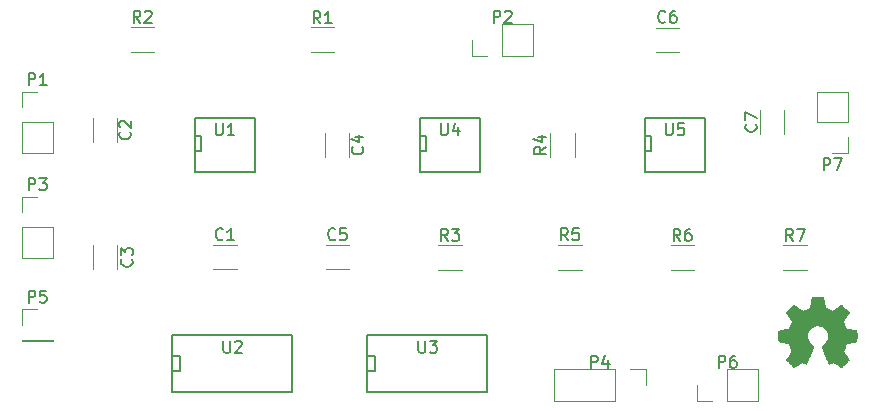
<source format=gto>
G04 #@! TF.FileFunction,Legend,Top*
%FSLAX46Y46*%
G04 Gerber Fmt 4.6, Leading zero omitted, Abs format (unit mm)*
G04 Created by KiCad (PCBNEW 4.0.5) date 2021 March 06, Saturday 14:32:17*
%MOMM*%
%LPD*%
G01*
G04 APERTURE LIST*
%ADD10C,0.100000*%
%ADD11C,0.120000*%
%ADD12C,0.150000*%
%ADD13C,0.010000*%
G04 APERTURE END LIST*
D10*
D11*
X89805000Y-96905000D02*
X91805000Y-96905000D01*
X91805000Y-94865000D02*
X89805000Y-94865000D01*
X81665000Y-86090000D02*
X81665000Y-84090000D01*
X79625000Y-84090000D02*
X79625000Y-86090000D01*
X79625000Y-94885000D02*
X79625000Y-96885000D01*
X81665000Y-96885000D02*
X81665000Y-94885000D01*
X101350000Y-87360000D02*
X101350000Y-85360000D01*
X99310000Y-85360000D02*
X99310000Y-87360000D01*
X99330000Y-96905000D02*
X101330000Y-96905000D01*
X101330000Y-94865000D02*
X99330000Y-94865000D01*
X127270000Y-78490000D02*
X129270000Y-78490000D01*
X129270000Y-76450000D02*
X127270000Y-76450000D01*
X136140000Y-83455000D02*
X136140000Y-85455000D01*
X138180000Y-85455000D02*
X138180000Y-83455000D01*
X73600000Y-84455000D02*
X73600000Y-87055000D01*
X73600000Y-87055000D02*
X76260000Y-87055000D01*
X76260000Y-87055000D02*
X76260000Y-84455000D01*
X76260000Y-84455000D02*
X73600000Y-84455000D01*
X73600000Y-83185000D02*
X73600000Y-81855000D01*
X73600000Y-81855000D02*
X74930000Y-81855000D01*
X114300000Y-78800000D02*
X116900000Y-78800000D01*
X116900000Y-78800000D02*
X116900000Y-76140000D01*
X116900000Y-76140000D02*
X114300000Y-76140000D01*
X114300000Y-76140000D02*
X114300000Y-78800000D01*
X113030000Y-78800000D02*
X111700000Y-78800000D01*
X111700000Y-78800000D02*
X111700000Y-77470000D01*
X73600000Y-93345000D02*
X73600000Y-95945000D01*
X73600000Y-95945000D02*
X76260000Y-95945000D01*
X76260000Y-95945000D02*
X76260000Y-93345000D01*
X76260000Y-93345000D02*
X73600000Y-93345000D01*
X73600000Y-92075000D02*
X73600000Y-90745000D01*
X73600000Y-90745000D02*
X74930000Y-90745000D01*
X133350000Y-108010000D02*
X135950000Y-108010000D01*
X135950000Y-108010000D02*
X135950000Y-105350000D01*
X135950000Y-105350000D02*
X133350000Y-105350000D01*
X133350000Y-105350000D02*
X133350000Y-108010000D01*
X132080000Y-108010000D02*
X130750000Y-108010000D01*
X130750000Y-108010000D02*
X130750000Y-106680000D01*
X143570000Y-84455000D02*
X143570000Y-81855000D01*
X143570000Y-81855000D02*
X140910000Y-81855000D01*
X140910000Y-81855000D02*
X140910000Y-84455000D01*
X140910000Y-84455000D02*
X143570000Y-84455000D01*
X143570000Y-85725000D02*
X143570000Y-87055000D01*
X143570000Y-87055000D02*
X142240000Y-87055000D01*
X100060000Y-78540000D02*
X98060000Y-78540000D01*
X98060000Y-76400000D02*
X100060000Y-76400000D01*
X82820000Y-76400000D02*
X84820000Y-76400000D01*
X84820000Y-78540000D02*
X82820000Y-78540000D01*
X120450000Y-85360000D02*
X120450000Y-87360000D01*
X118310000Y-87360000D02*
X118310000Y-85360000D01*
X119015000Y-94815000D02*
X121015000Y-94815000D01*
X121015000Y-96955000D02*
X119015000Y-96955000D01*
X130540000Y-96955000D02*
X128540000Y-96955000D01*
X128540000Y-94815000D02*
X130540000Y-94815000D01*
X140065000Y-96955000D02*
X138065000Y-96955000D01*
X138065000Y-94815000D02*
X140065000Y-94815000D01*
D12*
X88265000Y-84074000D02*
X93345000Y-84074000D01*
X93345000Y-84074000D02*
X93345000Y-88646000D01*
X93345000Y-88646000D02*
X88265000Y-88646000D01*
X88265000Y-88646000D02*
X88265000Y-84074000D01*
X88265000Y-85598000D02*
X88773000Y-85598000D01*
X88773000Y-85598000D02*
X88773000Y-86868000D01*
X88773000Y-86868000D02*
X88265000Y-86868000D01*
X107315000Y-84074000D02*
X112395000Y-84074000D01*
X112395000Y-84074000D02*
X112395000Y-88646000D01*
X112395000Y-88646000D02*
X107315000Y-88646000D01*
X107315000Y-88646000D02*
X107315000Y-84074000D01*
X107315000Y-85598000D02*
X107823000Y-85598000D01*
X107823000Y-85598000D02*
X107823000Y-86868000D01*
X107823000Y-86868000D02*
X107315000Y-86868000D01*
X126365000Y-84074000D02*
X131445000Y-84074000D01*
X131445000Y-84074000D02*
X131445000Y-88646000D01*
X131445000Y-88646000D02*
X126365000Y-88646000D01*
X126365000Y-88646000D02*
X126365000Y-84074000D01*
X126365000Y-85598000D02*
X126873000Y-85598000D01*
X126873000Y-85598000D02*
X126873000Y-86868000D01*
X126873000Y-86868000D02*
X126365000Y-86868000D01*
D11*
X123825000Y-105350000D02*
X118685000Y-105350000D01*
X118685000Y-105350000D02*
X118685000Y-108010000D01*
X118685000Y-108010000D02*
X123825000Y-108010000D01*
X123825000Y-108010000D02*
X123825000Y-105350000D01*
X125095000Y-105350000D02*
X126425000Y-105350000D01*
X126425000Y-105350000D02*
X126425000Y-106680000D01*
X73600000Y-102870000D02*
X73600000Y-102930000D01*
X73600000Y-102930000D02*
X76260000Y-102930000D01*
X76260000Y-102930000D02*
X76260000Y-102870000D01*
X76260000Y-102870000D02*
X73600000Y-102870000D01*
X73600000Y-101600000D02*
X73600000Y-100270000D01*
X73600000Y-100270000D02*
X74930000Y-100270000D01*
D12*
X96520000Y-102489000D02*
X96520000Y-107315000D01*
X96520000Y-107315000D02*
X86360000Y-107315000D01*
X86360000Y-107315000D02*
X86360000Y-102489000D01*
X86360000Y-102489000D02*
X96520000Y-102489000D01*
X86360000Y-104267000D02*
X86995000Y-104267000D01*
X86995000Y-104267000D02*
X86995000Y-105537000D01*
X86995000Y-105537000D02*
X86360000Y-105537000D01*
X113030000Y-102489000D02*
X113030000Y-107315000D01*
X113030000Y-107315000D02*
X102870000Y-107315000D01*
X102870000Y-107315000D02*
X102870000Y-102489000D01*
X102870000Y-102489000D02*
X113030000Y-102489000D01*
X102870000Y-104267000D02*
X103505000Y-104267000D01*
X103505000Y-104267000D02*
X103505000Y-105537000D01*
X103505000Y-105537000D02*
X102870000Y-105537000D01*
D11*
X110855000Y-96955000D02*
X108855000Y-96955000D01*
X108855000Y-94815000D02*
X110855000Y-94815000D01*
D13*
G36*
X141525814Y-99703931D02*
X141609635Y-100148555D01*
X141918920Y-100276053D01*
X142228206Y-100403551D01*
X142599246Y-100151246D01*
X142703157Y-100080996D01*
X142797087Y-100018272D01*
X142876652Y-99965938D01*
X142937470Y-99926857D01*
X142975157Y-99903893D01*
X142985421Y-99898942D01*
X143003910Y-99911676D01*
X143043420Y-99946882D01*
X143099522Y-100000062D01*
X143167787Y-100066718D01*
X143243786Y-100142354D01*
X143323092Y-100222472D01*
X143401275Y-100302574D01*
X143473907Y-100378164D01*
X143536559Y-100444745D01*
X143584803Y-100497818D01*
X143614210Y-100532887D01*
X143621241Y-100544623D01*
X143611123Y-100566260D01*
X143582759Y-100613662D01*
X143539129Y-100682193D01*
X143483218Y-100767215D01*
X143418006Y-100864093D01*
X143380219Y-100919350D01*
X143311343Y-101020248D01*
X143250140Y-101111299D01*
X143199578Y-101187970D01*
X143162628Y-101245728D01*
X143142258Y-101280043D01*
X143139197Y-101287254D01*
X143146136Y-101307748D01*
X143165051Y-101355513D01*
X143193087Y-101423832D01*
X143227391Y-101505989D01*
X143265109Y-101595270D01*
X143303387Y-101684958D01*
X143339370Y-101768338D01*
X143370206Y-101838694D01*
X143393039Y-101889310D01*
X143405017Y-101913471D01*
X143405724Y-101914422D01*
X143424531Y-101919036D01*
X143474618Y-101929328D01*
X143550793Y-101944287D01*
X143647865Y-101962901D01*
X143760643Y-101984159D01*
X143826442Y-101996418D01*
X143946950Y-102019362D01*
X144055797Y-102041195D01*
X144147476Y-102060722D01*
X144216481Y-102076748D01*
X144257304Y-102088079D01*
X144265511Y-102091674D01*
X144273548Y-102116006D01*
X144280033Y-102170959D01*
X144284970Y-102250108D01*
X144288364Y-102347026D01*
X144290218Y-102455287D01*
X144290538Y-102568465D01*
X144289327Y-102680135D01*
X144286590Y-102783868D01*
X144282331Y-102873241D01*
X144276555Y-102941826D01*
X144269267Y-102983197D01*
X144264895Y-102991810D01*
X144238764Y-103002133D01*
X144183393Y-103016892D01*
X144106107Y-103034352D01*
X144014230Y-103052780D01*
X143982158Y-103058741D01*
X143827524Y-103087066D01*
X143705375Y-103109876D01*
X143611673Y-103128080D01*
X143542384Y-103142583D01*
X143493471Y-103154292D01*
X143460897Y-103164115D01*
X143440628Y-103172956D01*
X143428626Y-103181724D01*
X143426947Y-103183457D01*
X143410184Y-103211371D01*
X143384614Y-103265695D01*
X143352788Y-103339777D01*
X143317260Y-103426965D01*
X143280583Y-103520608D01*
X143245311Y-103614052D01*
X143213996Y-103700647D01*
X143189193Y-103773740D01*
X143173454Y-103826678D01*
X143169332Y-103852811D01*
X143169676Y-103853726D01*
X143183641Y-103875086D01*
X143215322Y-103922084D01*
X143261391Y-103989827D01*
X143318518Y-104073423D01*
X143383373Y-104167982D01*
X143401843Y-104194854D01*
X143467699Y-104292275D01*
X143525650Y-104381163D01*
X143572538Y-104456412D01*
X143605207Y-104512920D01*
X143620500Y-104545581D01*
X143621241Y-104549593D01*
X143608392Y-104570684D01*
X143572888Y-104612464D01*
X143519293Y-104670445D01*
X143452171Y-104740135D01*
X143376087Y-104817045D01*
X143295604Y-104896683D01*
X143215287Y-104974561D01*
X143139699Y-105046186D01*
X143073405Y-105107070D01*
X143020969Y-105152721D01*
X142986955Y-105178650D01*
X142977545Y-105182883D01*
X142955643Y-105172912D01*
X142910800Y-105146020D01*
X142850321Y-105106736D01*
X142803789Y-105075117D01*
X142719475Y-105017098D01*
X142619626Y-104948784D01*
X142519473Y-104880579D01*
X142465627Y-104844075D01*
X142283371Y-104720800D01*
X142130381Y-104803520D01*
X142060682Y-104839759D01*
X142001414Y-104867926D01*
X141961311Y-104883991D01*
X141951103Y-104886226D01*
X141938829Y-104869722D01*
X141914613Y-104823082D01*
X141880263Y-104750609D01*
X141837588Y-104656606D01*
X141788394Y-104545374D01*
X141734490Y-104421215D01*
X141677684Y-104288432D01*
X141619782Y-104151327D01*
X141562593Y-104014202D01*
X141507924Y-103881358D01*
X141457584Y-103757098D01*
X141413380Y-103645725D01*
X141377119Y-103551539D01*
X141350609Y-103478844D01*
X141335658Y-103431941D01*
X141333254Y-103415833D01*
X141352311Y-103395286D01*
X141394036Y-103361933D01*
X141449706Y-103322702D01*
X141454378Y-103319599D01*
X141598264Y-103204423D01*
X141714283Y-103070053D01*
X141801430Y-102920784D01*
X141858699Y-102760913D01*
X141885086Y-102594737D01*
X141879585Y-102426552D01*
X141841190Y-102260655D01*
X141768895Y-102101342D01*
X141747626Y-102066487D01*
X141636996Y-101925737D01*
X141506302Y-101812714D01*
X141360064Y-101728003D01*
X141202808Y-101672194D01*
X141039057Y-101645874D01*
X140873333Y-101649630D01*
X140710162Y-101684050D01*
X140554065Y-101749723D01*
X140409567Y-101847235D01*
X140364869Y-101886813D01*
X140251112Y-102010703D01*
X140168218Y-102141124D01*
X140111356Y-102287315D01*
X140079687Y-102432088D01*
X140071869Y-102594860D01*
X140097938Y-102758440D01*
X140155245Y-102917298D01*
X140241144Y-103065906D01*
X140352986Y-103198735D01*
X140488123Y-103310256D01*
X140505883Y-103322011D01*
X140562150Y-103360508D01*
X140604923Y-103393863D01*
X140625372Y-103415160D01*
X140625669Y-103415833D01*
X140621279Y-103438871D01*
X140603876Y-103491157D01*
X140575268Y-103568390D01*
X140537265Y-103666268D01*
X140491674Y-103780491D01*
X140440303Y-103906758D01*
X140384962Y-104040767D01*
X140327458Y-104178218D01*
X140269601Y-104314808D01*
X140213198Y-104446237D01*
X140160058Y-104568205D01*
X140111990Y-104676409D01*
X140070801Y-104766549D01*
X140038301Y-104834323D01*
X140016297Y-104875430D01*
X140007436Y-104886226D01*
X139980360Y-104877819D01*
X139929697Y-104855272D01*
X139864183Y-104822613D01*
X139828159Y-104803520D01*
X139675168Y-104720800D01*
X139492912Y-104844075D01*
X139399875Y-104907228D01*
X139298015Y-104976727D01*
X139202562Y-105042165D01*
X139154750Y-105075117D01*
X139087505Y-105120273D01*
X139030564Y-105156057D01*
X138991354Y-105177938D01*
X138978619Y-105182563D01*
X138960083Y-105170085D01*
X138919059Y-105135252D01*
X138859525Y-105081678D01*
X138785458Y-105012983D01*
X138700835Y-104932781D01*
X138647315Y-104881286D01*
X138553681Y-104789286D01*
X138472759Y-104706999D01*
X138407823Y-104637945D01*
X138362142Y-104585644D01*
X138338989Y-104553616D01*
X138336768Y-104547116D01*
X138347076Y-104522394D01*
X138375561Y-104472405D01*
X138419063Y-104402212D01*
X138474423Y-104316875D01*
X138538480Y-104221456D01*
X138556697Y-104194854D01*
X138623073Y-104098167D01*
X138682622Y-104011117D01*
X138732016Y-103938595D01*
X138767925Y-103885493D01*
X138787019Y-103856703D01*
X138788864Y-103853726D01*
X138786105Y-103830782D01*
X138771462Y-103780336D01*
X138747487Y-103709041D01*
X138716734Y-103623547D01*
X138681756Y-103530507D01*
X138645107Y-103436574D01*
X138609339Y-103348399D01*
X138577006Y-103272634D01*
X138550662Y-103215931D01*
X138532858Y-103184943D01*
X138531593Y-103183457D01*
X138520706Y-103174601D01*
X138502318Y-103165843D01*
X138472394Y-103156277D01*
X138426897Y-103144996D01*
X138361791Y-103131093D01*
X138273039Y-103113663D01*
X138156607Y-103091798D01*
X138008458Y-103064591D01*
X137976382Y-103058741D01*
X137881314Y-103040374D01*
X137798435Y-103022405D01*
X137735070Y-103006569D01*
X137698542Y-102994600D01*
X137693644Y-102991810D01*
X137685573Y-102967072D01*
X137679013Y-102911790D01*
X137673967Y-102832389D01*
X137670441Y-102735296D01*
X137668439Y-102626938D01*
X137667964Y-102513740D01*
X137669023Y-102402128D01*
X137671618Y-102298529D01*
X137675754Y-102209368D01*
X137681437Y-102141072D01*
X137688669Y-102100066D01*
X137693029Y-102091674D01*
X137717302Y-102083208D01*
X137772574Y-102069435D01*
X137853338Y-102051550D01*
X137954088Y-102030748D01*
X138069317Y-102008223D01*
X138132098Y-101996418D01*
X138251213Y-101974151D01*
X138357435Y-101953979D01*
X138445573Y-101936915D01*
X138510434Y-101923969D01*
X138546826Y-101916155D01*
X138552816Y-101914422D01*
X138562939Y-101894890D01*
X138584338Y-101847843D01*
X138614161Y-101780003D01*
X138649555Y-101698091D01*
X138687668Y-101608828D01*
X138725647Y-101518935D01*
X138760640Y-101435135D01*
X138789794Y-101364147D01*
X138810257Y-101312694D01*
X138819177Y-101287497D01*
X138819343Y-101286396D01*
X138809231Y-101266519D01*
X138780883Y-101220777D01*
X138737277Y-101153717D01*
X138681394Y-101069884D01*
X138616213Y-100973826D01*
X138578321Y-100918650D01*
X138509275Y-100817481D01*
X138447950Y-100725630D01*
X138397337Y-100647744D01*
X138360429Y-100588469D01*
X138340218Y-100552451D01*
X138337299Y-100544377D01*
X138349847Y-100525584D01*
X138384537Y-100485457D01*
X138436937Y-100428493D01*
X138502616Y-100359185D01*
X138577144Y-100282031D01*
X138656087Y-100201525D01*
X138735017Y-100122163D01*
X138809500Y-100048440D01*
X138875106Y-99984852D01*
X138927404Y-99935894D01*
X138961961Y-99906061D01*
X138973522Y-99898942D01*
X138992346Y-99908953D01*
X139037369Y-99937078D01*
X139104213Y-99980454D01*
X139188501Y-100036218D01*
X139285856Y-100101506D01*
X139359293Y-100151246D01*
X139730333Y-100403551D01*
X140348905Y-100148555D01*
X140432725Y-99703931D01*
X140516546Y-99259307D01*
X141441994Y-99259307D01*
X141525814Y-99703931D01*
X141525814Y-99703931D01*
G37*
X141525814Y-99703931D02*
X141609635Y-100148555D01*
X141918920Y-100276053D01*
X142228206Y-100403551D01*
X142599246Y-100151246D01*
X142703157Y-100080996D01*
X142797087Y-100018272D01*
X142876652Y-99965938D01*
X142937470Y-99926857D01*
X142975157Y-99903893D01*
X142985421Y-99898942D01*
X143003910Y-99911676D01*
X143043420Y-99946882D01*
X143099522Y-100000062D01*
X143167787Y-100066718D01*
X143243786Y-100142354D01*
X143323092Y-100222472D01*
X143401275Y-100302574D01*
X143473907Y-100378164D01*
X143536559Y-100444745D01*
X143584803Y-100497818D01*
X143614210Y-100532887D01*
X143621241Y-100544623D01*
X143611123Y-100566260D01*
X143582759Y-100613662D01*
X143539129Y-100682193D01*
X143483218Y-100767215D01*
X143418006Y-100864093D01*
X143380219Y-100919350D01*
X143311343Y-101020248D01*
X143250140Y-101111299D01*
X143199578Y-101187970D01*
X143162628Y-101245728D01*
X143142258Y-101280043D01*
X143139197Y-101287254D01*
X143146136Y-101307748D01*
X143165051Y-101355513D01*
X143193087Y-101423832D01*
X143227391Y-101505989D01*
X143265109Y-101595270D01*
X143303387Y-101684958D01*
X143339370Y-101768338D01*
X143370206Y-101838694D01*
X143393039Y-101889310D01*
X143405017Y-101913471D01*
X143405724Y-101914422D01*
X143424531Y-101919036D01*
X143474618Y-101929328D01*
X143550793Y-101944287D01*
X143647865Y-101962901D01*
X143760643Y-101984159D01*
X143826442Y-101996418D01*
X143946950Y-102019362D01*
X144055797Y-102041195D01*
X144147476Y-102060722D01*
X144216481Y-102076748D01*
X144257304Y-102088079D01*
X144265511Y-102091674D01*
X144273548Y-102116006D01*
X144280033Y-102170959D01*
X144284970Y-102250108D01*
X144288364Y-102347026D01*
X144290218Y-102455287D01*
X144290538Y-102568465D01*
X144289327Y-102680135D01*
X144286590Y-102783868D01*
X144282331Y-102873241D01*
X144276555Y-102941826D01*
X144269267Y-102983197D01*
X144264895Y-102991810D01*
X144238764Y-103002133D01*
X144183393Y-103016892D01*
X144106107Y-103034352D01*
X144014230Y-103052780D01*
X143982158Y-103058741D01*
X143827524Y-103087066D01*
X143705375Y-103109876D01*
X143611673Y-103128080D01*
X143542384Y-103142583D01*
X143493471Y-103154292D01*
X143460897Y-103164115D01*
X143440628Y-103172956D01*
X143428626Y-103181724D01*
X143426947Y-103183457D01*
X143410184Y-103211371D01*
X143384614Y-103265695D01*
X143352788Y-103339777D01*
X143317260Y-103426965D01*
X143280583Y-103520608D01*
X143245311Y-103614052D01*
X143213996Y-103700647D01*
X143189193Y-103773740D01*
X143173454Y-103826678D01*
X143169332Y-103852811D01*
X143169676Y-103853726D01*
X143183641Y-103875086D01*
X143215322Y-103922084D01*
X143261391Y-103989827D01*
X143318518Y-104073423D01*
X143383373Y-104167982D01*
X143401843Y-104194854D01*
X143467699Y-104292275D01*
X143525650Y-104381163D01*
X143572538Y-104456412D01*
X143605207Y-104512920D01*
X143620500Y-104545581D01*
X143621241Y-104549593D01*
X143608392Y-104570684D01*
X143572888Y-104612464D01*
X143519293Y-104670445D01*
X143452171Y-104740135D01*
X143376087Y-104817045D01*
X143295604Y-104896683D01*
X143215287Y-104974561D01*
X143139699Y-105046186D01*
X143073405Y-105107070D01*
X143020969Y-105152721D01*
X142986955Y-105178650D01*
X142977545Y-105182883D01*
X142955643Y-105172912D01*
X142910800Y-105146020D01*
X142850321Y-105106736D01*
X142803789Y-105075117D01*
X142719475Y-105017098D01*
X142619626Y-104948784D01*
X142519473Y-104880579D01*
X142465627Y-104844075D01*
X142283371Y-104720800D01*
X142130381Y-104803520D01*
X142060682Y-104839759D01*
X142001414Y-104867926D01*
X141961311Y-104883991D01*
X141951103Y-104886226D01*
X141938829Y-104869722D01*
X141914613Y-104823082D01*
X141880263Y-104750609D01*
X141837588Y-104656606D01*
X141788394Y-104545374D01*
X141734490Y-104421215D01*
X141677684Y-104288432D01*
X141619782Y-104151327D01*
X141562593Y-104014202D01*
X141507924Y-103881358D01*
X141457584Y-103757098D01*
X141413380Y-103645725D01*
X141377119Y-103551539D01*
X141350609Y-103478844D01*
X141335658Y-103431941D01*
X141333254Y-103415833D01*
X141352311Y-103395286D01*
X141394036Y-103361933D01*
X141449706Y-103322702D01*
X141454378Y-103319599D01*
X141598264Y-103204423D01*
X141714283Y-103070053D01*
X141801430Y-102920784D01*
X141858699Y-102760913D01*
X141885086Y-102594737D01*
X141879585Y-102426552D01*
X141841190Y-102260655D01*
X141768895Y-102101342D01*
X141747626Y-102066487D01*
X141636996Y-101925737D01*
X141506302Y-101812714D01*
X141360064Y-101728003D01*
X141202808Y-101672194D01*
X141039057Y-101645874D01*
X140873333Y-101649630D01*
X140710162Y-101684050D01*
X140554065Y-101749723D01*
X140409567Y-101847235D01*
X140364869Y-101886813D01*
X140251112Y-102010703D01*
X140168218Y-102141124D01*
X140111356Y-102287315D01*
X140079687Y-102432088D01*
X140071869Y-102594860D01*
X140097938Y-102758440D01*
X140155245Y-102917298D01*
X140241144Y-103065906D01*
X140352986Y-103198735D01*
X140488123Y-103310256D01*
X140505883Y-103322011D01*
X140562150Y-103360508D01*
X140604923Y-103393863D01*
X140625372Y-103415160D01*
X140625669Y-103415833D01*
X140621279Y-103438871D01*
X140603876Y-103491157D01*
X140575268Y-103568390D01*
X140537265Y-103666268D01*
X140491674Y-103780491D01*
X140440303Y-103906758D01*
X140384962Y-104040767D01*
X140327458Y-104178218D01*
X140269601Y-104314808D01*
X140213198Y-104446237D01*
X140160058Y-104568205D01*
X140111990Y-104676409D01*
X140070801Y-104766549D01*
X140038301Y-104834323D01*
X140016297Y-104875430D01*
X140007436Y-104886226D01*
X139980360Y-104877819D01*
X139929697Y-104855272D01*
X139864183Y-104822613D01*
X139828159Y-104803520D01*
X139675168Y-104720800D01*
X139492912Y-104844075D01*
X139399875Y-104907228D01*
X139298015Y-104976727D01*
X139202562Y-105042165D01*
X139154750Y-105075117D01*
X139087505Y-105120273D01*
X139030564Y-105156057D01*
X138991354Y-105177938D01*
X138978619Y-105182563D01*
X138960083Y-105170085D01*
X138919059Y-105135252D01*
X138859525Y-105081678D01*
X138785458Y-105012983D01*
X138700835Y-104932781D01*
X138647315Y-104881286D01*
X138553681Y-104789286D01*
X138472759Y-104706999D01*
X138407823Y-104637945D01*
X138362142Y-104585644D01*
X138338989Y-104553616D01*
X138336768Y-104547116D01*
X138347076Y-104522394D01*
X138375561Y-104472405D01*
X138419063Y-104402212D01*
X138474423Y-104316875D01*
X138538480Y-104221456D01*
X138556697Y-104194854D01*
X138623073Y-104098167D01*
X138682622Y-104011117D01*
X138732016Y-103938595D01*
X138767925Y-103885493D01*
X138787019Y-103856703D01*
X138788864Y-103853726D01*
X138786105Y-103830782D01*
X138771462Y-103780336D01*
X138747487Y-103709041D01*
X138716734Y-103623547D01*
X138681756Y-103530507D01*
X138645107Y-103436574D01*
X138609339Y-103348399D01*
X138577006Y-103272634D01*
X138550662Y-103215931D01*
X138532858Y-103184943D01*
X138531593Y-103183457D01*
X138520706Y-103174601D01*
X138502318Y-103165843D01*
X138472394Y-103156277D01*
X138426897Y-103144996D01*
X138361791Y-103131093D01*
X138273039Y-103113663D01*
X138156607Y-103091798D01*
X138008458Y-103064591D01*
X137976382Y-103058741D01*
X137881314Y-103040374D01*
X137798435Y-103022405D01*
X137735070Y-103006569D01*
X137698542Y-102994600D01*
X137693644Y-102991810D01*
X137685573Y-102967072D01*
X137679013Y-102911790D01*
X137673967Y-102832389D01*
X137670441Y-102735296D01*
X137668439Y-102626938D01*
X137667964Y-102513740D01*
X137669023Y-102402128D01*
X137671618Y-102298529D01*
X137675754Y-102209368D01*
X137681437Y-102141072D01*
X137688669Y-102100066D01*
X137693029Y-102091674D01*
X137717302Y-102083208D01*
X137772574Y-102069435D01*
X137853338Y-102051550D01*
X137954088Y-102030748D01*
X138069317Y-102008223D01*
X138132098Y-101996418D01*
X138251213Y-101974151D01*
X138357435Y-101953979D01*
X138445573Y-101936915D01*
X138510434Y-101923969D01*
X138546826Y-101916155D01*
X138552816Y-101914422D01*
X138562939Y-101894890D01*
X138584338Y-101847843D01*
X138614161Y-101780003D01*
X138649555Y-101698091D01*
X138687668Y-101608828D01*
X138725647Y-101518935D01*
X138760640Y-101435135D01*
X138789794Y-101364147D01*
X138810257Y-101312694D01*
X138819177Y-101287497D01*
X138819343Y-101286396D01*
X138809231Y-101266519D01*
X138780883Y-101220777D01*
X138737277Y-101153717D01*
X138681394Y-101069884D01*
X138616213Y-100973826D01*
X138578321Y-100918650D01*
X138509275Y-100817481D01*
X138447950Y-100725630D01*
X138397337Y-100647744D01*
X138360429Y-100588469D01*
X138340218Y-100552451D01*
X138337299Y-100544377D01*
X138349847Y-100525584D01*
X138384537Y-100485457D01*
X138436937Y-100428493D01*
X138502616Y-100359185D01*
X138577144Y-100282031D01*
X138656087Y-100201525D01*
X138735017Y-100122163D01*
X138809500Y-100048440D01*
X138875106Y-99984852D01*
X138927404Y-99935894D01*
X138961961Y-99906061D01*
X138973522Y-99898942D01*
X138992346Y-99908953D01*
X139037369Y-99937078D01*
X139104213Y-99980454D01*
X139188501Y-100036218D01*
X139285856Y-100101506D01*
X139359293Y-100151246D01*
X139730333Y-100403551D01*
X140348905Y-100148555D01*
X140432725Y-99703931D01*
X140516546Y-99259307D01*
X141441994Y-99259307D01*
X141525814Y-99703931D01*
D12*
X90638334Y-94337143D02*
X90590715Y-94384762D01*
X90447858Y-94432381D01*
X90352620Y-94432381D01*
X90209762Y-94384762D01*
X90114524Y-94289524D01*
X90066905Y-94194286D01*
X90019286Y-94003810D01*
X90019286Y-93860952D01*
X90066905Y-93670476D01*
X90114524Y-93575238D01*
X90209762Y-93480000D01*
X90352620Y-93432381D01*
X90447858Y-93432381D01*
X90590715Y-93480000D01*
X90638334Y-93527619D01*
X91590715Y-94432381D02*
X91019286Y-94432381D01*
X91305000Y-94432381D02*
X91305000Y-93432381D01*
X91209762Y-93575238D01*
X91114524Y-93670476D01*
X91019286Y-93718095D01*
X82752143Y-85256666D02*
X82799762Y-85304285D01*
X82847381Y-85447142D01*
X82847381Y-85542380D01*
X82799762Y-85685238D01*
X82704524Y-85780476D01*
X82609286Y-85828095D01*
X82418810Y-85875714D01*
X82275952Y-85875714D01*
X82085476Y-85828095D01*
X81990238Y-85780476D01*
X81895000Y-85685238D01*
X81847381Y-85542380D01*
X81847381Y-85447142D01*
X81895000Y-85304285D01*
X81942619Y-85256666D01*
X81942619Y-84875714D02*
X81895000Y-84828095D01*
X81847381Y-84732857D01*
X81847381Y-84494761D01*
X81895000Y-84399523D01*
X81942619Y-84351904D01*
X82037857Y-84304285D01*
X82133095Y-84304285D01*
X82275952Y-84351904D01*
X82847381Y-84923333D01*
X82847381Y-84304285D01*
X82907143Y-96051666D02*
X82954762Y-96099285D01*
X83002381Y-96242142D01*
X83002381Y-96337380D01*
X82954762Y-96480238D01*
X82859524Y-96575476D01*
X82764286Y-96623095D01*
X82573810Y-96670714D01*
X82430952Y-96670714D01*
X82240476Y-96623095D01*
X82145238Y-96575476D01*
X82050000Y-96480238D01*
X82002381Y-96337380D01*
X82002381Y-96242142D01*
X82050000Y-96099285D01*
X82097619Y-96051666D01*
X82002381Y-95718333D02*
X82002381Y-95099285D01*
X82383333Y-95432619D01*
X82383333Y-95289761D01*
X82430952Y-95194523D01*
X82478571Y-95146904D01*
X82573810Y-95099285D01*
X82811905Y-95099285D01*
X82907143Y-95146904D01*
X82954762Y-95194523D01*
X83002381Y-95289761D01*
X83002381Y-95575476D01*
X82954762Y-95670714D01*
X82907143Y-95718333D01*
X102437143Y-86526666D02*
X102484762Y-86574285D01*
X102532381Y-86717142D01*
X102532381Y-86812380D01*
X102484762Y-86955238D01*
X102389524Y-87050476D01*
X102294286Y-87098095D01*
X102103810Y-87145714D01*
X101960952Y-87145714D01*
X101770476Y-87098095D01*
X101675238Y-87050476D01*
X101580000Y-86955238D01*
X101532381Y-86812380D01*
X101532381Y-86717142D01*
X101580000Y-86574285D01*
X101627619Y-86526666D01*
X101865714Y-85669523D02*
X102532381Y-85669523D01*
X101484762Y-85907619D02*
X102199048Y-86145714D01*
X102199048Y-85526666D01*
X100163334Y-94337143D02*
X100115715Y-94384762D01*
X99972858Y-94432381D01*
X99877620Y-94432381D01*
X99734762Y-94384762D01*
X99639524Y-94289524D01*
X99591905Y-94194286D01*
X99544286Y-94003810D01*
X99544286Y-93860952D01*
X99591905Y-93670476D01*
X99639524Y-93575238D01*
X99734762Y-93480000D01*
X99877620Y-93432381D01*
X99972858Y-93432381D01*
X100115715Y-93480000D01*
X100163334Y-93527619D01*
X101068096Y-93432381D02*
X100591905Y-93432381D01*
X100544286Y-93908571D01*
X100591905Y-93860952D01*
X100687143Y-93813333D01*
X100925239Y-93813333D01*
X101020477Y-93860952D01*
X101068096Y-93908571D01*
X101115715Y-94003810D01*
X101115715Y-94241905D01*
X101068096Y-94337143D01*
X101020477Y-94384762D01*
X100925239Y-94432381D01*
X100687143Y-94432381D01*
X100591905Y-94384762D01*
X100544286Y-94337143D01*
X128103334Y-75922143D02*
X128055715Y-75969762D01*
X127912858Y-76017381D01*
X127817620Y-76017381D01*
X127674762Y-75969762D01*
X127579524Y-75874524D01*
X127531905Y-75779286D01*
X127484286Y-75588810D01*
X127484286Y-75445952D01*
X127531905Y-75255476D01*
X127579524Y-75160238D01*
X127674762Y-75065000D01*
X127817620Y-75017381D01*
X127912858Y-75017381D01*
X128055715Y-75065000D01*
X128103334Y-75112619D01*
X128960477Y-75017381D02*
X128770000Y-75017381D01*
X128674762Y-75065000D01*
X128627143Y-75112619D01*
X128531905Y-75255476D01*
X128484286Y-75445952D01*
X128484286Y-75826905D01*
X128531905Y-75922143D01*
X128579524Y-75969762D01*
X128674762Y-76017381D01*
X128865239Y-76017381D01*
X128960477Y-75969762D01*
X129008096Y-75922143D01*
X129055715Y-75826905D01*
X129055715Y-75588810D01*
X129008096Y-75493571D01*
X128960477Y-75445952D01*
X128865239Y-75398333D01*
X128674762Y-75398333D01*
X128579524Y-75445952D01*
X128531905Y-75493571D01*
X128484286Y-75588810D01*
X135767143Y-84621666D02*
X135814762Y-84669285D01*
X135862381Y-84812142D01*
X135862381Y-84907380D01*
X135814762Y-85050238D01*
X135719524Y-85145476D01*
X135624286Y-85193095D01*
X135433810Y-85240714D01*
X135290952Y-85240714D01*
X135100476Y-85193095D01*
X135005238Y-85145476D01*
X134910000Y-85050238D01*
X134862381Y-84907380D01*
X134862381Y-84812142D01*
X134910000Y-84669285D01*
X134957619Y-84621666D01*
X134862381Y-84288333D02*
X134862381Y-83621666D01*
X135862381Y-84050238D01*
X74191905Y-81307381D02*
X74191905Y-80307381D01*
X74572858Y-80307381D01*
X74668096Y-80355000D01*
X74715715Y-80402619D01*
X74763334Y-80497857D01*
X74763334Y-80640714D01*
X74715715Y-80735952D01*
X74668096Y-80783571D01*
X74572858Y-80831190D01*
X74191905Y-80831190D01*
X75715715Y-81307381D02*
X75144286Y-81307381D01*
X75430000Y-81307381D02*
X75430000Y-80307381D01*
X75334762Y-80450238D01*
X75239524Y-80545476D01*
X75144286Y-80593095D01*
X113561905Y-76017381D02*
X113561905Y-75017381D01*
X113942858Y-75017381D01*
X114038096Y-75065000D01*
X114085715Y-75112619D01*
X114133334Y-75207857D01*
X114133334Y-75350714D01*
X114085715Y-75445952D01*
X114038096Y-75493571D01*
X113942858Y-75541190D01*
X113561905Y-75541190D01*
X114514286Y-75112619D02*
X114561905Y-75065000D01*
X114657143Y-75017381D01*
X114895239Y-75017381D01*
X114990477Y-75065000D01*
X115038096Y-75112619D01*
X115085715Y-75207857D01*
X115085715Y-75303095D01*
X115038096Y-75445952D01*
X114466667Y-76017381D01*
X115085715Y-76017381D01*
X74191905Y-90197381D02*
X74191905Y-89197381D01*
X74572858Y-89197381D01*
X74668096Y-89245000D01*
X74715715Y-89292619D01*
X74763334Y-89387857D01*
X74763334Y-89530714D01*
X74715715Y-89625952D01*
X74668096Y-89673571D01*
X74572858Y-89721190D01*
X74191905Y-89721190D01*
X75096667Y-89197381D02*
X75715715Y-89197381D01*
X75382381Y-89578333D01*
X75525239Y-89578333D01*
X75620477Y-89625952D01*
X75668096Y-89673571D01*
X75715715Y-89768810D01*
X75715715Y-90006905D01*
X75668096Y-90102143D01*
X75620477Y-90149762D01*
X75525239Y-90197381D01*
X75239524Y-90197381D01*
X75144286Y-90149762D01*
X75096667Y-90102143D01*
X132611905Y-105227381D02*
X132611905Y-104227381D01*
X132992858Y-104227381D01*
X133088096Y-104275000D01*
X133135715Y-104322619D01*
X133183334Y-104417857D01*
X133183334Y-104560714D01*
X133135715Y-104655952D01*
X133088096Y-104703571D01*
X132992858Y-104751190D01*
X132611905Y-104751190D01*
X134040477Y-104227381D02*
X133850000Y-104227381D01*
X133754762Y-104275000D01*
X133707143Y-104322619D01*
X133611905Y-104465476D01*
X133564286Y-104655952D01*
X133564286Y-105036905D01*
X133611905Y-105132143D01*
X133659524Y-105179762D01*
X133754762Y-105227381D01*
X133945239Y-105227381D01*
X134040477Y-105179762D01*
X134088096Y-105132143D01*
X134135715Y-105036905D01*
X134135715Y-104798810D01*
X134088096Y-104703571D01*
X134040477Y-104655952D01*
X133945239Y-104608333D01*
X133754762Y-104608333D01*
X133659524Y-104655952D01*
X133611905Y-104703571D01*
X133564286Y-104798810D01*
X141501905Y-88507381D02*
X141501905Y-87507381D01*
X141882858Y-87507381D01*
X141978096Y-87555000D01*
X142025715Y-87602619D01*
X142073334Y-87697857D01*
X142073334Y-87840714D01*
X142025715Y-87935952D01*
X141978096Y-87983571D01*
X141882858Y-88031190D01*
X141501905Y-88031190D01*
X142406667Y-87507381D02*
X143073334Y-87507381D01*
X142644762Y-88507381D01*
X98893334Y-76072381D02*
X98560000Y-75596190D01*
X98321905Y-76072381D02*
X98321905Y-75072381D01*
X98702858Y-75072381D01*
X98798096Y-75120000D01*
X98845715Y-75167619D01*
X98893334Y-75262857D01*
X98893334Y-75405714D01*
X98845715Y-75500952D01*
X98798096Y-75548571D01*
X98702858Y-75596190D01*
X98321905Y-75596190D01*
X99845715Y-76072381D02*
X99274286Y-76072381D01*
X99560000Y-76072381D02*
X99560000Y-75072381D01*
X99464762Y-75215238D01*
X99369524Y-75310476D01*
X99274286Y-75358095D01*
X83653334Y-76017381D02*
X83320000Y-75541190D01*
X83081905Y-76017381D02*
X83081905Y-75017381D01*
X83462858Y-75017381D01*
X83558096Y-75065000D01*
X83605715Y-75112619D01*
X83653334Y-75207857D01*
X83653334Y-75350714D01*
X83605715Y-75445952D01*
X83558096Y-75493571D01*
X83462858Y-75541190D01*
X83081905Y-75541190D01*
X84034286Y-75112619D02*
X84081905Y-75065000D01*
X84177143Y-75017381D01*
X84415239Y-75017381D01*
X84510477Y-75065000D01*
X84558096Y-75112619D01*
X84605715Y-75207857D01*
X84605715Y-75303095D01*
X84558096Y-75445952D01*
X83986667Y-76017381D01*
X84605715Y-76017381D01*
X117982381Y-86526666D02*
X117506190Y-86860000D01*
X117982381Y-87098095D02*
X116982381Y-87098095D01*
X116982381Y-86717142D01*
X117030000Y-86621904D01*
X117077619Y-86574285D01*
X117172857Y-86526666D01*
X117315714Y-86526666D01*
X117410952Y-86574285D01*
X117458571Y-86621904D01*
X117506190Y-86717142D01*
X117506190Y-87098095D01*
X117315714Y-85669523D02*
X117982381Y-85669523D01*
X116934762Y-85907619D02*
X117649048Y-86145714D01*
X117649048Y-85526666D01*
X119848334Y-94432381D02*
X119515000Y-93956190D01*
X119276905Y-94432381D02*
X119276905Y-93432381D01*
X119657858Y-93432381D01*
X119753096Y-93480000D01*
X119800715Y-93527619D01*
X119848334Y-93622857D01*
X119848334Y-93765714D01*
X119800715Y-93860952D01*
X119753096Y-93908571D01*
X119657858Y-93956190D01*
X119276905Y-93956190D01*
X120753096Y-93432381D02*
X120276905Y-93432381D01*
X120229286Y-93908571D01*
X120276905Y-93860952D01*
X120372143Y-93813333D01*
X120610239Y-93813333D01*
X120705477Y-93860952D01*
X120753096Y-93908571D01*
X120800715Y-94003810D01*
X120800715Y-94241905D01*
X120753096Y-94337143D01*
X120705477Y-94384762D01*
X120610239Y-94432381D01*
X120372143Y-94432381D01*
X120276905Y-94384762D01*
X120229286Y-94337143D01*
X129373334Y-94487381D02*
X129040000Y-94011190D01*
X128801905Y-94487381D02*
X128801905Y-93487381D01*
X129182858Y-93487381D01*
X129278096Y-93535000D01*
X129325715Y-93582619D01*
X129373334Y-93677857D01*
X129373334Y-93820714D01*
X129325715Y-93915952D01*
X129278096Y-93963571D01*
X129182858Y-94011190D01*
X128801905Y-94011190D01*
X130230477Y-93487381D02*
X130040000Y-93487381D01*
X129944762Y-93535000D01*
X129897143Y-93582619D01*
X129801905Y-93725476D01*
X129754286Y-93915952D01*
X129754286Y-94296905D01*
X129801905Y-94392143D01*
X129849524Y-94439762D01*
X129944762Y-94487381D01*
X130135239Y-94487381D01*
X130230477Y-94439762D01*
X130278096Y-94392143D01*
X130325715Y-94296905D01*
X130325715Y-94058810D01*
X130278096Y-93963571D01*
X130230477Y-93915952D01*
X130135239Y-93868333D01*
X129944762Y-93868333D01*
X129849524Y-93915952D01*
X129801905Y-93963571D01*
X129754286Y-94058810D01*
X138898334Y-94487381D02*
X138565000Y-94011190D01*
X138326905Y-94487381D02*
X138326905Y-93487381D01*
X138707858Y-93487381D01*
X138803096Y-93535000D01*
X138850715Y-93582619D01*
X138898334Y-93677857D01*
X138898334Y-93820714D01*
X138850715Y-93915952D01*
X138803096Y-93963571D01*
X138707858Y-94011190D01*
X138326905Y-94011190D01*
X139231667Y-93487381D02*
X139898334Y-93487381D01*
X139469762Y-94487381D01*
X90043095Y-84542381D02*
X90043095Y-85351905D01*
X90090714Y-85447143D01*
X90138333Y-85494762D01*
X90233571Y-85542381D01*
X90424048Y-85542381D01*
X90519286Y-85494762D01*
X90566905Y-85447143D01*
X90614524Y-85351905D01*
X90614524Y-84542381D01*
X91614524Y-85542381D02*
X91043095Y-85542381D01*
X91328809Y-85542381D02*
X91328809Y-84542381D01*
X91233571Y-84685238D01*
X91138333Y-84780476D01*
X91043095Y-84828095D01*
X109093095Y-84542381D02*
X109093095Y-85351905D01*
X109140714Y-85447143D01*
X109188333Y-85494762D01*
X109283571Y-85542381D01*
X109474048Y-85542381D01*
X109569286Y-85494762D01*
X109616905Y-85447143D01*
X109664524Y-85351905D01*
X109664524Y-84542381D01*
X110569286Y-84875714D02*
X110569286Y-85542381D01*
X110331190Y-84494762D02*
X110093095Y-85209048D01*
X110712143Y-85209048D01*
X128143095Y-84542381D02*
X128143095Y-85351905D01*
X128190714Y-85447143D01*
X128238333Y-85494762D01*
X128333571Y-85542381D01*
X128524048Y-85542381D01*
X128619286Y-85494762D01*
X128666905Y-85447143D01*
X128714524Y-85351905D01*
X128714524Y-84542381D01*
X129666905Y-84542381D02*
X129190714Y-84542381D01*
X129143095Y-85018571D01*
X129190714Y-84970952D01*
X129285952Y-84923333D01*
X129524048Y-84923333D01*
X129619286Y-84970952D01*
X129666905Y-85018571D01*
X129714524Y-85113810D01*
X129714524Y-85351905D01*
X129666905Y-85447143D01*
X129619286Y-85494762D01*
X129524048Y-85542381D01*
X129285952Y-85542381D01*
X129190714Y-85494762D01*
X129143095Y-85447143D01*
X121816905Y-105227381D02*
X121816905Y-104227381D01*
X122197858Y-104227381D01*
X122293096Y-104275000D01*
X122340715Y-104322619D01*
X122388334Y-104417857D01*
X122388334Y-104560714D01*
X122340715Y-104655952D01*
X122293096Y-104703571D01*
X122197858Y-104751190D01*
X121816905Y-104751190D01*
X123245477Y-104560714D02*
X123245477Y-105227381D01*
X123007381Y-104179762D02*
X122769286Y-104894048D01*
X123388334Y-104894048D01*
X74191905Y-99722381D02*
X74191905Y-98722381D01*
X74572858Y-98722381D01*
X74668096Y-98770000D01*
X74715715Y-98817619D01*
X74763334Y-98912857D01*
X74763334Y-99055714D01*
X74715715Y-99150952D01*
X74668096Y-99198571D01*
X74572858Y-99246190D01*
X74191905Y-99246190D01*
X75668096Y-98722381D02*
X75191905Y-98722381D01*
X75144286Y-99198571D01*
X75191905Y-99150952D01*
X75287143Y-99103333D01*
X75525239Y-99103333D01*
X75620477Y-99150952D01*
X75668096Y-99198571D01*
X75715715Y-99293810D01*
X75715715Y-99531905D01*
X75668096Y-99627143D01*
X75620477Y-99674762D01*
X75525239Y-99722381D01*
X75287143Y-99722381D01*
X75191905Y-99674762D01*
X75144286Y-99627143D01*
X90678095Y-102957381D02*
X90678095Y-103766905D01*
X90725714Y-103862143D01*
X90773333Y-103909762D01*
X90868571Y-103957381D01*
X91059048Y-103957381D01*
X91154286Y-103909762D01*
X91201905Y-103862143D01*
X91249524Y-103766905D01*
X91249524Y-102957381D01*
X91678095Y-103052619D02*
X91725714Y-103005000D01*
X91820952Y-102957381D01*
X92059048Y-102957381D01*
X92154286Y-103005000D01*
X92201905Y-103052619D01*
X92249524Y-103147857D01*
X92249524Y-103243095D01*
X92201905Y-103385952D01*
X91630476Y-103957381D01*
X92249524Y-103957381D01*
X107188095Y-102957381D02*
X107188095Y-103766905D01*
X107235714Y-103862143D01*
X107283333Y-103909762D01*
X107378571Y-103957381D01*
X107569048Y-103957381D01*
X107664286Y-103909762D01*
X107711905Y-103862143D01*
X107759524Y-103766905D01*
X107759524Y-102957381D01*
X108140476Y-102957381D02*
X108759524Y-102957381D01*
X108426190Y-103338333D01*
X108569048Y-103338333D01*
X108664286Y-103385952D01*
X108711905Y-103433571D01*
X108759524Y-103528810D01*
X108759524Y-103766905D01*
X108711905Y-103862143D01*
X108664286Y-103909762D01*
X108569048Y-103957381D01*
X108283333Y-103957381D01*
X108188095Y-103909762D01*
X108140476Y-103862143D01*
X109688334Y-94487381D02*
X109355000Y-94011190D01*
X109116905Y-94487381D02*
X109116905Y-93487381D01*
X109497858Y-93487381D01*
X109593096Y-93535000D01*
X109640715Y-93582619D01*
X109688334Y-93677857D01*
X109688334Y-93820714D01*
X109640715Y-93915952D01*
X109593096Y-93963571D01*
X109497858Y-94011190D01*
X109116905Y-94011190D01*
X110021667Y-93487381D02*
X110640715Y-93487381D01*
X110307381Y-93868333D01*
X110450239Y-93868333D01*
X110545477Y-93915952D01*
X110593096Y-93963571D01*
X110640715Y-94058810D01*
X110640715Y-94296905D01*
X110593096Y-94392143D01*
X110545477Y-94439762D01*
X110450239Y-94487381D01*
X110164524Y-94487381D01*
X110069286Y-94439762D01*
X110021667Y-94392143D01*
M02*

</source>
